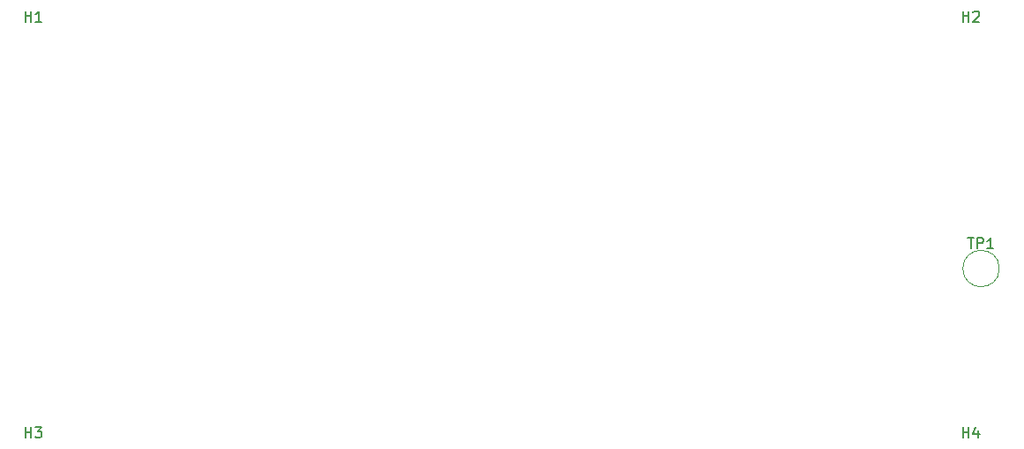
<source format=gto>
G04 #@! TF.GenerationSoftware,KiCad,Pcbnew,(6.0.10-0)*
G04 #@! TF.CreationDate,2023-01-23T10:06:28+00:00*
G04 #@! TF.ProjectId,Max50x100Plate,4d617835-3078-4313-9030-506c6174652e,rev?*
G04 #@! TF.SameCoordinates,Original*
G04 #@! TF.FileFunction,Legend,Top*
G04 #@! TF.FilePolarity,Positive*
%FSLAX46Y46*%
G04 Gerber Fmt 4.6, Leading zero omitted, Abs format (unit mm)*
G04 Created by KiCad (PCBNEW (6.0.10-0)) date 2023-01-23 10:06:28*
%MOMM*%
%LPD*%
G01*
G04 APERTURE LIST*
%ADD10C,0.150000*%
%ADD11C,0.120000*%
%ADD12C,3.200000*%
%ADD13C,3.000000*%
G04 APERTURE END LIST*
D10*
X104238095Y-101252380D02*
X104238095Y-100252380D01*
X104238095Y-100728571D02*
X104809523Y-100728571D01*
X104809523Y-101252380D02*
X104809523Y-100252380D01*
X105809523Y-101252380D02*
X105238095Y-101252380D01*
X105523809Y-101252380D02*
X105523809Y-100252380D01*
X105428571Y-100395238D01*
X105333333Y-100490476D01*
X105238095Y-100538095D01*
X194238095Y-141252380D02*
X194238095Y-140252380D01*
X194238095Y-140728571D02*
X194809523Y-140728571D01*
X194809523Y-141252380D02*
X194809523Y-140252380D01*
X195714285Y-140585714D02*
X195714285Y-141252380D01*
X195476190Y-140204761D02*
X195238095Y-140919047D01*
X195857142Y-140919047D01*
X194738095Y-122054380D02*
X195309523Y-122054380D01*
X195023809Y-123054380D02*
X195023809Y-122054380D01*
X195642857Y-123054380D02*
X195642857Y-122054380D01*
X196023809Y-122054380D01*
X196119047Y-122102000D01*
X196166666Y-122149619D01*
X196214285Y-122244857D01*
X196214285Y-122387714D01*
X196166666Y-122482952D01*
X196119047Y-122530571D01*
X196023809Y-122578190D01*
X195642857Y-122578190D01*
X197166666Y-123054380D02*
X196595238Y-123054380D01*
X196880952Y-123054380D02*
X196880952Y-122054380D01*
X196785714Y-122197238D01*
X196690476Y-122292476D01*
X196595238Y-122340095D01*
X194238095Y-101252380D02*
X194238095Y-100252380D01*
X194238095Y-100728571D02*
X194809523Y-100728571D01*
X194809523Y-101252380D02*
X194809523Y-100252380D01*
X195238095Y-100347619D02*
X195285714Y-100300000D01*
X195380952Y-100252380D01*
X195619047Y-100252380D01*
X195714285Y-100300000D01*
X195761904Y-100347619D01*
X195809523Y-100442857D01*
X195809523Y-100538095D01*
X195761904Y-100680952D01*
X195190476Y-101252380D01*
X195809523Y-101252380D01*
X104238095Y-141252380D02*
X104238095Y-140252380D01*
X104238095Y-140728571D02*
X104809523Y-140728571D01*
X104809523Y-141252380D02*
X104809523Y-140252380D01*
X105190476Y-140252380D02*
X105809523Y-140252380D01*
X105476190Y-140633333D01*
X105619047Y-140633333D01*
X105714285Y-140680952D01*
X105761904Y-140728571D01*
X105809523Y-140823809D01*
X105809523Y-141061904D01*
X105761904Y-141157142D01*
X105714285Y-141204761D01*
X105619047Y-141252380D01*
X105333333Y-141252380D01*
X105238095Y-141204761D01*
X105190476Y-141157142D01*
D11*
X197750000Y-125000000D02*
G75*
G03*
X197750000Y-125000000I-1750000J0D01*
G01*
%LPC*%
D12*
X105000000Y-105000000D03*
X195000000Y-145000000D03*
D13*
X196000000Y-125000000D03*
D12*
X195000000Y-105000000D03*
X105000000Y-145000000D03*
M02*

</source>
